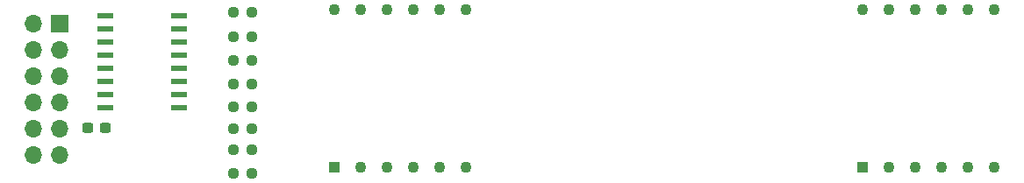
<source format=gbr>
%TF.GenerationSoftware,KiCad,Pcbnew,7.0.2*%
%TF.CreationDate,2023-08-10T02:19:43+09:00*%
%TF.ProjectId,Pmod_7LED_8digit,506d6f64-5f37-44c4-9544-5f3864696769,rev?*%
%TF.SameCoordinates,Original*%
%TF.FileFunction,Soldermask,Top*%
%TF.FilePolarity,Negative*%
%FSLAX46Y46*%
G04 Gerber Fmt 4.6, Leading zero omitted, Abs format (unit mm)*
G04 Created by KiCad (PCBNEW 7.0.2) date 2023-08-10 02:19:43*
%MOMM*%
%LPD*%
G01*
G04 APERTURE LIST*
G04 Aperture macros list*
%AMRoundRect*
0 Rectangle with rounded corners*
0 $1 Rounding radius*
0 $2 $3 $4 $5 $6 $7 $8 $9 X,Y pos of 4 corners*
0 Add a 4 corners polygon primitive as box body*
4,1,4,$2,$3,$4,$5,$6,$7,$8,$9,$2,$3,0*
0 Add four circle primitives for the rounded corners*
1,1,$1+$1,$2,$3*
1,1,$1+$1,$4,$5*
1,1,$1+$1,$6,$7*
1,1,$1+$1,$8,$9*
0 Add four rect primitives between the rounded corners*
20,1,$1+$1,$2,$3,$4,$5,0*
20,1,$1+$1,$4,$5,$6,$7,0*
20,1,$1+$1,$6,$7,$8,$9,0*
20,1,$1+$1,$8,$9,$2,$3,0*%
G04 Aperture macros list end*
%ADD10RoundRect,0.237500X-0.250000X-0.237500X0.250000X-0.237500X0.250000X0.237500X-0.250000X0.237500X0*%
%ADD11R,1.100000X1.100000*%
%ADD12C,1.100000*%
%ADD13R,1.500000X0.600000*%
%ADD14R,1.700000X1.700000*%
%ADD15O,1.700000X1.700000*%
%ADD16RoundRect,0.237500X0.300000X0.237500X-0.300000X0.237500X-0.300000X-0.237500X0.300000X-0.237500X0*%
G04 APERTURE END LIST*
D10*
%TO.C,R4*%
X73382500Y-71882000D03*
X75207500Y-71882000D03*
%TD*%
D11*
%TO.C,DS2*%
X83185000Y-82169000D03*
D12*
X85725000Y-82169000D03*
X88265000Y-82169000D03*
X90805000Y-82169000D03*
X93345000Y-82169000D03*
X95885000Y-82169000D03*
X95885000Y-66929000D03*
X93345000Y-66929000D03*
X90805000Y-66929000D03*
X88265000Y-66929000D03*
X85725000Y-66929000D03*
X83185000Y-66929000D03*
%TD*%
D13*
%TO.C,U1*%
X68193000Y-76454000D03*
X68193000Y-75184000D03*
X68193000Y-73914000D03*
X68193000Y-72644000D03*
X68193000Y-71374000D03*
X68193000Y-70104000D03*
X68193000Y-68834000D03*
X68193000Y-67564000D03*
X61093000Y-67564000D03*
X61093000Y-68834000D03*
X61093000Y-70104000D03*
X61093000Y-71374000D03*
X61093000Y-72644000D03*
X61093000Y-73914000D03*
X61093000Y-75184000D03*
X61093000Y-76454000D03*
%TD*%
D14*
%TO.C,J1*%
X56642000Y-68326000D03*
D15*
X56642000Y-70866000D03*
X56642000Y-73406000D03*
X56642000Y-75946000D03*
X56642000Y-78486000D03*
X56642000Y-81026000D03*
X54102000Y-68326000D03*
X54102000Y-70866000D03*
X54102000Y-73406000D03*
X54102000Y-75946000D03*
X54102000Y-78486000D03*
X54102000Y-81026000D03*
%TD*%
D10*
%TO.C,R7*%
X73382500Y-78486000D03*
X75207500Y-78486000D03*
%TD*%
D16*
%TO.C,C1*%
X61060500Y-78359000D03*
X59335500Y-78359000D03*
%TD*%
D10*
%TO.C,R1*%
X73382500Y-82804000D03*
X75207500Y-82804000D03*
%TD*%
%TO.C,R2*%
X73382500Y-76327000D03*
X75207500Y-76327000D03*
%TD*%
%TO.C,R6*%
X73382500Y-67183000D03*
X75207500Y-67183000D03*
%TD*%
%TO.C,R5*%
X73382500Y-69596000D03*
X75207500Y-69596000D03*
%TD*%
%TO.C,R3*%
X73382500Y-74168000D03*
X75207500Y-74168000D03*
%TD*%
D11*
%TO.C,DS1*%
X134112000Y-82169000D03*
D12*
X136652000Y-82169000D03*
X139192000Y-82169000D03*
X141732000Y-82169000D03*
X144272000Y-82169000D03*
X146812000Y-82169000D03*
X146812000Y-66929000D03*
X144272000Y-66929000D03*
X141732000Y-66929000D03*
X139192000Y-66929000D03*
X136652000Y-66929000D03*
X134112000Y-66929000D03*
%TD*%
D10*
%TO.C,R8*%
X73382500Y-80518000D03*
X75207500Y-80518000D03*
%TD*%
M02*

</source>
